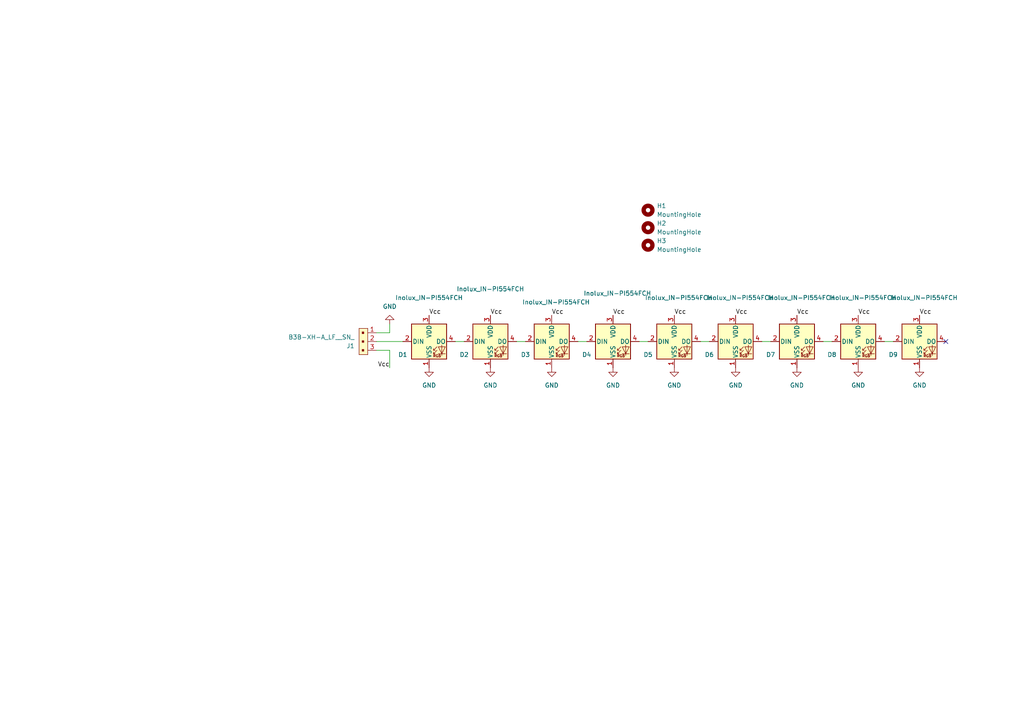
<source format=kicad_sch>
(kicad_sch (version 20230121) (generator eeschema)
  (paper "A4")
  (lib_symbols
    (symbol "LED:Inolux_IN-PI554FCH" (pin_names (offset 0.254))
      (property "Reference" "D" (at 5.08 5.715 0))
      (property "Value" "Inolux_IN-PI554FCH" (at 1.27 -5.715 0))
      (symbol "Inolux_IN-PI554FCH_0_0"
        (text "RGB" (at 2.286 -4.191 0) (effects (font (size 0.762 0.762))))
      )
      (symbol "Inolux_IN-PI554FCH_0_1"
        (polyline (pts (xy 1.27 -3.556) (xy 1.778 -3.556)))
        (polyline (pts (xy 1.27 -2.54) (xy 1.778 -2.54)))
        (polyline (pts (xy 4.699 -3.556) (xy 2.667 -3.556)))
        (polyline (pts (xy 2.286 -2.54) (xy 1.27 -3.556) (xy 1.27 -3.048)))
        (polyline (pts (xy 2.286 -1.524) (xy 1.27 -2.54) (xy 1.27 -2.032)))
        (polyline (pts (xy 3.683 -1.016) (xy 3.683 -3.556) (xy 3.683 -4.064)))
        (polyline (pts (xy 4.699 -1.524) (xy 2.667 -1.524) (xy 3.683 -3.556) (xy 4.699 -1.524)))
        (rectangle (start 5.08 5.08) (end -5.08 -5.08) (stroke (width 0.254)) (fill (type background)))
      )
      (symbol "Inolux_IN-PI554FCH_1_1"
        (pin power_in line (at 0 -7.62 90) (length 2.54) (name "VSS") (number "1"))
        (pin input line (at -7.62 0 0) (length 2.54) (name "DIN") (number "2"))
        (pin power_in line (at 0 7.62 270) (length 2.54) (name "VDD") (number "3"))
        (pin output line (at 7.62 0 180) (length 2.54) (name "DO") (number "4"))
      )
    )
    (symbol "Mechanical:MountingHole" (pin_names (offset 1.016))
      (property "Reference" "H" (at 0 5.08 0))
      (property "Value" "MountingHole" (at 0 3.175 0))
      (symbol "MountingHole_0_1"
        (circle (center 0 0) (radius 1.27) (stroke (width 1.27)))
      )
    )
    (symbol "dk_Rectangular-Connectors-Headers-Male-Pins:B3B-XH-A_LF__SN_" (pin_names (offset 1.016) hide)
      (property "Reference" "J" (at -2.54 -1.27 0))
      (property "Value" "B3B-XH-A_LF__SN_" (at 2.54 -3.81 0))
      (symbol "B3B-XH-A_LF__SN__1_1"
        (rectangle (start -1.27 0) (end 6.35 -2.54) (fill (type background)))
        (rectangle (start -0.254 -1.143) (end 0.254 -1.651) (fill (type outline)))
        (rectangle (start 2.286 -1.143) (end 2.794 -1.651) (fill (type outline)))
        (rectangle (start 4.826 -1.143) (end 5.334 -1.651) (fill (type outline)))
        (pin passive line (at 0 2.54 270) (length 2.54) (name "~") (number "1"))
        (pin passive line (at 2.54 2.54 270) (length 2.54) (name "~") (number "2"))
        (pin passive line (at 5.08 2.54 270) (length 2.54) (name "~") (number "3"))
      )
    )
    (symbol "power:GND" (power) (pin_names (offset 0))
      (property "Value" "GND" (at 0 -3.81 0))
      (symbol "GND_0_1"
        (polyline (pts (xy 0 0) (xy 0 -1.27) (xy 1.27 -1.27) (xy 0 -2.54) (xy -1.27 -1.27) (xy 0 -1.27)))
      )
      (symbol "GND_1_1"
        (pin power_in line (at 0 0 270) (length 0) hide (name "GND") (number "1"))
      )
    )
  )
  (no_connect (at 274.32 99.06))
  (wire (pts (xy 223.52 99.06) (xy 220.98 99.06)))
  (wire (pts (xy 134.62 99.06) (xy 132.08 99.06)))
  (wire (pts (xy 109.22 101.6) (xy 113.03 101.6)))
  (wire (pts (xy 205.74 99.06) (xy 203.2 99.06)))
  (wire (pts (xy 113.03 96.52) (xy 113.03 93.98)))
  (wire (pts (xy 152.4 99.06) (xy 149.86 99.06)))
  (wire (pts (xy 170.18 99.06) (xy 167.64 99.06)))
  (wire (pts (xy 113.03 106.68) (xy 113.03 101.6)))
  (wire (pts (xy 241.3 99.06) (xy 238.76 99.06)))
  (wire (pts (xy 116.84 99.06) (xy 109.22 99.06)))
  (wire (pts (xy 109.22 96.52) (xy 113.03 96.52)))
  (wire (pts (xy 259.08 99.06) (xy 256.54 99.06)))
  (wire (pts (xy 187.96 99.06) (xy 185.42 99.06)))
  (label "Vcc" (at 113.03 106.68 180))
  (label "Vcc" (at 124.46 91.44 0))
  (label "Vcc" (at 266.7 91.44 0))
  (label "Vcc" (at 231.14 91.44 0))
  (label "Vcc" (at 195.58 91.44 0))
  (label "Vcc" (at 213.36 91.44 0))
  (label "Vcc" (at 142.24 91.44 0))
  (label "Vcc" (at 177.8 91.44 0))
  (label "Vcc" (at 160.02 91.44 0))
  (label "Vcc" (at 248.92 91.44 0))
  (symbol (lib_id "LED:Inolux_IN-PI554FCH") (at 231.14 99.06 0) (unit 1)
    (property "Reference" "D7" (at 223.52 102.87 0))
    (property "Value" "Inolux_IN-PI554FCH" (at 232.41 86.36 0))
    (property "Footprint" "LED_SMD:LED_Inolux_IN-PI554FCH_PLCC4_5.0x5.0mm_P3.2mm" (effects hide))
    (property "Datasheet" "http://www.inolux-corp.com/datasheet/SMDLED/Addressable%20LED/IN-PI554FCH.pdf" (effects hide))
  )
  (symbol (lib_id "power:GND") (at 195.58 106.68 0) (unit 1)
    (property "Reference" "#PWR06" (effects hide))
    (property "Value" "GND" (at 195.58 111.76 0))
  )
  (symbol (lib_id "LED:Inolux_IN-PI554FCH") (at 142.24 99.06 0) (unit 1)
    (property "Reference" "D2" (at 134.62 102.87 0))
    (property "Value" "Inolux_IN-PI554FCH" (at 142.24 83.82 0))
    (property "Footprint" "LED_SMD:LED_Inolux_IN-PI554FCH_PLCC4_5.0x5.0mm_P3.2mm" (effects hide))
    (property "Datasheet" "http://www.inolux-corp.com/datasheet/SMDLED/Addressable%20LED/IN-PI554FCH.pdf" (effects hide))
  )
  (symbol (lib_id "power:GND") (at 142.24 106.68 0) (unit 1)
    (property "Reference" "#PWR03" (effects hide))
    (property "Value" "GND" (at 142.24 111.76 0))
  )
  (symbol (lib_id "power:GND") (at 124.46 106.68 0) (unit 1)
    (property "Reference" "#PWR02" (effects hide))
    (property "Value" "GND" (at 124.46 111.76 0))
  )
  (symbol (lib_id "power:GND") (at 113.03 93.98 180) (unit 1)
    (property "Reference" "#PWR01" (effects hide))
    (property "Value" "GND" (at 113.03 88.9 0))
  )
  (symbol (lib_id "power:GND") (at 231.14 106.68 0) (unit 1)
    (property "Reference" "#PWR08" (effects hide))
    (property "Value" "GND" (at 231.14 111.76 0))
  )
  (symbol (lib_id "power:GND") (at 177.8 106.68 0) (unit 1)
    (property "Reference" "#PWR05" (effects hide))
    (property "Value" "GND" (at 177.8 111.76 0))
  )
  (symbol (lib_id "LED:Inolux_IN-PI554FCH") (at 177.8 99.06 0) (unit 1)
    (property "Reference" "D4" (at 170.18 102.87 0))
    (property "Value" "Inolux_IN-PI554FCH" (at 179.07 85.09 0))
    (property "Footprint" "LED_SMD:LED_Inolux_IN-PI554FCH_PLCC4_5.0x5.0mm_P3.2mm" (effects hide))
    (property "Datasheet" "http://www.inolux-corp.com/datasheet/SMDLED/Addressable%20LED/IN-PI554FCH.pdf" (effects hide))
  )
  (symbol (lib_id "power:GND") (at 248.92 106.68 0) (unit 1)
    (property "Reference" "#PWR09" (effects hide))
    (property "Value" "GND" (at 248.92 111.76 0))
  )
  (symbol (lib_id "Mechanical:MountingHole") (at 187.96 60.96 0) (unit 1)
    (property "Reference" "H1" (at 190.5 59.69 0) (effects (justify left)))
    (property "Value" "MountingHole" (at 190.5 62.23 0) (effects (justify left)))
    (property "Footprint" "MountingHole:MountingHole_2.1mm" (effects hide))
  )
  (symbol (lib_id "LED:Inolux_IN-PI554FCH") (at 248.92 99.06 0) (unit 1)
    (property "Reference" "D8" (at 241.3 102.87 0))
    (property "Value" "Inolux_IN-PI554FCH" (at 250.19 86.36 0))
    (property "Footprint" "LED_SMD:LED_Inolux_IN-PI554FCH_PLCC4_5.0x5.0mm_P3.2mm" (effects hide))
    (property "Datasheet" "http://www.inolux-corp.com/datasheet/SMDLED/Addressable%20LED/IN-PI554FCH.pdf" (effects hide))
  )
  (symbol (lib_id "LED:Inolux_IN-PI554FCH") (at 195.58 99.06 0) (unit 1)
    (property "Reference" "D5" (at 187.96 102.87 0))
    (property "Value" "Inolux_IN-PI554FCH" (at 196.85 86.36 0))
    (property "Footprint" "LED_SMD:LED_Inolux_IN-PI554FCH_PLCC4_5.0x5.0mm_P3.2mm" (effects hide))
    (property "Datasheet" "http://www.inolux-corp.com/datasheet/SMDLED/Addressable%20LED/IN-PI554FCH.pdf" (effects hide))
  )
  (symbol (lib_id "Mechanical:MountingHole") (at 187.96 71.12 0) (unit 1)
    (property "Reference" "H3" (at 190.5 69.85 0) (effects (justify left)))
    (property "Value" "MountingHole" (at 190.5 72.39 0) (effects (justify left)))
    (property "Footprint" "MountingHole:MountingHole_2.1mm" (effects hide))
  )
  (symbol (lib_id "LED:Inolux_IN-PI554FCH") (at 124.46 99.06 0) (unit 1)
    (property "Reference" "D1" (at 116.84 102.87 0))
    (property "Value" "Inolux_IN-PI554FCH" (at 124.46 86.36 0))
    (property "Footprint" "LED_SMD:LED_Inolux_IN-PI554FCH_PLCC4_5.0x5.0mm_P3.2mm" (effects hide))
    (property "Datasheet" "http://www.inolux-corp.com/datasheet/SMDLED/Addressable%20LED/IN-PI554FCH.pdf" (effects hide))
  )
  (symbol (lib_id "dk_Rectangular-Connectors-Headers-Male-Pins:B3B-XH-A_LF__SN_") (at 106.68 96.52 270) (unit 1)
    (property "Reference" "J1" (at 102.87 100.33 90) (effects (justify right)))
    (property "Value" "B3B-XH-A_LF__SN_" (at 102.87 97.79 90) (effects (justify right)))
    (property "Footprint" "digikey-footprints:PinHeader_1x3_P2.5mm_Drill1.1mm" (effects hide))
    (property "Datasheet" "http://www.jst-mfg.com/product/pdf/eng/eXH.pdf" (effects hide))
    (property "Digi-Key_PN" "455-2248-ND" (effects hide))
    (property "MPN" "B3B-XH-A(LF)(SN)" (effects hide))
    (property "Category" "Connectors, Interconnects" (effects hide))
    (property "Family" "Rectangular Connectors - Headers, Male Pins" (effects hide))
    (property "DK_Datasheet_Link" "http://www.jst-mfg.com/product/pdf/eng/eXH.pdf" (effects hide))
    (property "DK_Detail_Page" "/product-detail/en/jst-sales-america-inc/B3B-XH-A(LF)(SN)/455-2248-ND/1651046" (effects hide))
    (property "Description" "CONN HEADER VERT 3POS 2.5MM" (effects hide))
    (property "Manufacturer" "JST Sales America Inc." (effects hide))
    (property "Status" "Active" (effects hide))
  )
  (symbol (lib_id "LED:Inolux_IN-PI554FCH") (at 266.7 99.06 0) (unit 1)
    (property "Reference" "D9" (at 259.08 102.87 0))
    (property "Value" "Inolux_IN-PI554FCH" (at 267.97 86.36 0))
    (property "Footprint" "LED_SMD:LED_Inolux_IN-PI554FCH_PLCC4_5.0x5.0mm_P3.2mm" (effects hide))
    (property "Datasheet" "http://www.inolux-corp.com/datasheet/SMDLED/Addressable%20LED/IN-PI554FCH.pdf" (effects hide))
  )
  (symbol (lib_id "power:GND") (at 213.36 106.68 0) (unit 1)
    (property "Reference" "#PWR07" (effects hide))
    (property "Value" "GND" (at 213.36 111.76 0))
  )
  (symbol (lib_id "power:GND") (at 266.7 106.68 0) (unit 1)
    (property "Reference" "#PWR010" (effects hide))
    (property "Value" "GND" (at 266.7 111.76 0))
  )
  (symbol (lib_id "LED:Inolux_IN-PI554FCH") (at 213.36 99.06 0) (unit 1)
    (property "Reference" "D6" (at 205.74 102.87 0))
    (property "Value" "Inolux_IN-PI554FCH" (at 214.63 86.36 0))
    (property "Footprint" "LED_SMD:LED_Inolux_IN-PI554FCH_PLCC4_5.0x5.0mm_P3.2mm" (effects hide))
    (property "Datasheet" "http://www.inolux-corp.com/datasheet/SMDLED/Addressable%20LED/IN-PI554FCH.pdf" (effects hide))
  )
  (symbol (lib_id "power:GND") (at 160.02 106.68 0) (unit 1)
    (property "Reference" "#PWR04" (effects hide))
    (property "Value" "GND" (at 160.02 111.76 0))
  )
  (symbol (lib_id "Mechanical:MountingHole") (at 187.96 66.04 0) (unit 1)
    (property "Reference" "H2" (at 190.5 64.77 0) (effects (justify left)))
    (property "Value" "MountingHole" (at 190.5 67.31 0) (effects (justify left)))
    (property "Footprint" "MountingHole:MountingHole_2.1mm" (effects hide))
  )
  (symbol (lib_id "LED:Inolux_IN-PI554FCH") (at 160.02 99.06 0) (unit 1)
    (property "Reference" "D3" (at 152.4 102.87 0))
    (property "Value" "Inolux_IN-PI554FCH" (at 161.29 87.63 0))
    (property "Footprint" "LED_SMD:LED_Inolux_IN-PI554FCH_PLCC4_5.0x5.0mm_P3.2mm" (effects hide))
    (property "Datasheet" "http://www.inolux-corp.com/datasheet/SMDLED/Addressable%20LED/IN-PI554FCH.pdf" (effects hide))
  )
)
</source>
